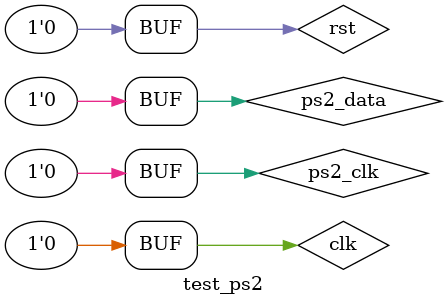
<source format=v>
`timescale 1ns / 1ps


// module to test ps2
module test_ps2;

	// Inputs
	reg clk;
	reg rst;
	reg ps2_clk;
	reg ps2_data;

	// Outputs
	wire [9:0] data_out;
	wire ready;

	// Instantiate the Unit Under Test (UUT)
	ps2_controller uut (
		.clk(clk), 
		.rst(rst), 
		.ps2_clk(ps2_clk), 
		.ps2_data(ps2_data), 
		.data_out(data_out), 
		.ready(ready)
	);

	initial begin
		// Initialize Inputs
		clk = 0;
		rst = 0;
		ps2_clk = 0;
		ps2_data = 0;

		// Wait 100 ns for global reset to finish
		#100;
        
		// Add stimulus here

	end
      
endmodule


</source>
